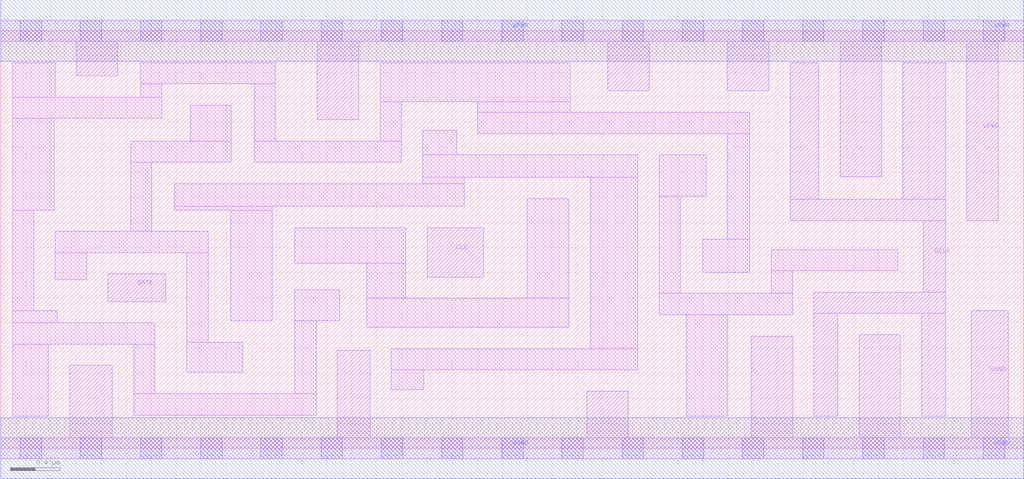
<source format=lef>
# Copyright 2020 The SkyWater PDK Authors
#
# Licensed under the Apache License, Version 2.0 (the "License");
# you may not use this file except in compliance with the License.
# You may obtain a copy of the License at
#
#     https://www.apache.org/licenses/LICENSE-2.0
#
# Unless required by applicable law or agreed to in writing, software
# distributed under the License is distributed on an "AS IS" BASIS,
# WITHOUT WARRANTIES OR CONDITIONS OF ANY KIND, either express or implied.
# See the License for the specific language governing permissions and
# limitations under the License.
#
# SPDX-License-Identifier: Apache-2.0

VERSION 5.7 ;
  NAMESCASESENSITIVE ON ;
  NOWIREEXTENSIONATPIN ON ;
  DIVIDERCHAR "/" ;
  BUSBITCHARS "[]" ;
UNITS
  DATABASE MICRONS 200 ;
END UNITS
MACRO sky130_fd_sc_lp__dlclkp_4
  CLASS CORE ;
  SOURCE USER ;
  FOREIGN sky130_fd_sc_lp__dlclkp_4 ;
  ORIGIN  0.000000  0.000000 ;
  SIZE  8.160000 BY  3.330000 ;
  SYMMETRY X Y R90 ;
  SITE unit ;
  PIN GATE
    ANTENNAGATEAREA  0.159000 ;
    DIRECTION INPUT ;
    USE SIGNAL ;
    PORT
      LAYER li1 ;
        RECT 0.855000 1.170000 1.315000 1.390000 ;
    END
  END GATE
  PIN GCLK
    ANTENNADIFFAREA  1.176000 ;
    DIRECTION OUTPUT ;
    USE SIGNAL ;
    PORT
      LAYER li1 ;
        RECT 6.295000 1.815000 7.535000 1.985000 ;
        RECT 6.295000 1.985000 6.525000 3.075000 ;
        RECT 6.485000 0.255000 6.675000 1.075000 ;
        RECT 6.485000 1.075000 7.535000 1.245000 ;
        RECT 7.195000 1.985000 7.535000 3.075000 ;
        RECT 7.345000 0.255000 7.535000 1.075000 ;
        RECT 7.355000 1.245000 7.535000 1.815000 ;
    END
  END GCLK
  PIN CLK
    ANTENNAGATEAREA  0.474000 ;
    DIRECTION INPUT ;
    USE CLOCK ;
    PORT
      LAYER li1 ;
        RECT 3.400000 1.365000 3.850000 1.760000 ;
    END
  END CLK
  PIN VGND
    DIRECTION INOUT ;
    USE GROUND ;
    PORT
      LAYER li1 ;
        RECT 0.000000 -0.085000 8.160000 0.085000 ;
        RECT 0.550000  0.085000 0.890000 0.660000 ;
        RECT 2.685000  0.085000 2.945000 0.780000 ;
        RECT 4.675000  0.085000 5.005000 0.455000 ;
        RECT 5.985000  0.085000 6.315000 0.895000 ;
        RECT 6.845000  0.085000 7.175000 0.905000 ;
        RECT 7.740000  0.085000 8.035000 1.095000 ;
      LAYER mcon ;
        RECT 0.155000 -0.085000 0.325000 0.085000 ;
        RECT 0.635000 -0.085000 0.805000 0.085000 ;
        RECT 1.115000 -0.085000 1.285000 0.085000 ;
        RECT 1.595000 -0.085000 1.765000 0.085000 ;
        RECT 2.075000 -0.085000 2.245000 0.085000 ;
        RECT 2.555000 -0.085000 2.725000 0.085000 ;
        RECT 3.035000 -0.085000 3.205000 0.085000 ;
        RECT 3.515000 -0.085000 3.685000 0.085000 ;
        RECT 3.995000 -0.085000 4.165000 0.085000 ;
        RECT 4.475000 -0.085000 4.645000 0.085000 ;
        RECT 4.955000 -0.085000 5.125000 0.085000 ;
        RECT 5.435000 -0.085000 5.605000 0.085000 ;
        RECT 5.915000 -0.085000 6.085000 0.085000 ;
        RECT 6.395000 -0.085000 6.565000 0.085000 ;
        RECT 6.875000 -0.085000 7.045000 0.085000 ;
        RECT 7.355000 -0.085000 7.525000 0.085000 ;
        RECT 7.835000 -0.085000 8.005000 0.085000 ;
      LAYER met1 ;
        RECT 0.000000 -0.245000 8.160000 0.245000 ;
    END
  END VGND
  PIN VPWR
    DIRECTION INOUT ;
    USE POWER ;
    PORT
      LAYER li1 ;
        RECT 0.000000 3.245000 8.160000 3.415000 ;
        RECT 0.605000 2.970000 0.935000 3.245000 ;
        RECT 2.525000 2.620000 2.855000 3.245000 ;
        RECT 4.840000 2.850000 5.170000 3.245000 ;
        RECT 5.795000 2.850000 6.125000 3.245000 ;
        RECT 6.695000 2.165000 7.025000 3.245000 ;
        RECT 7.705000 1.815000 7.955000 3.245000 ;
      LAYER mcon ;
        RECT 0.155000 3.245000 0.325000 3.415000 ;
        RECT 0.635000 3.245000 0.805000 3.415000 ;
        RECT 1.115000 3.245000 1.285000 3.415000 ;
        RECT 1.595000 3.245000 1.765000 3.415000 ;
        RECT 2.075000 3.245000 2.245000 3.415000 ;
        RECT 2.555000 3.245000 2.725000 3.415000 ;
        RECT 3.035000 3.245000 3.205000 3.415000 ;
        RECT 3.515000 3.245000 3.685000 3.415000 ;
        RECT 3.995000 3.245000 4.165000 3.415000 ;
        RECT 4.475000 3.245000 4.645000 3.415000 ;
        RECT 4.955000 3.245000 5.125000 3.415000 ;
        RECT 5.435000 3.245000 5.605000 3.415000 ;
        RECT 5.915000 3.245000 6.085000 3.415000 ;
        RECT 6.395000 3.245000 6.565000 3.415000 ;
        RECT 6.875000 3.245000 7.045000 3.415000 ;
        RECT 7.355000 3.245000 7.525000 3.415000 ;
        RECT 7.835000 3.245000 8.005000 3.415000 ;
      LAYER met1 ;
        RECT 0.000000 3.085000 8.160000 3.575000 ;
    END
  END VPWR
  OBS
    LAYER li1 ;
      RECT 0.095000 0.255000 0.380000 0.830000 ;
      RECT 0.095000 0.830000 1.230000 1.000000 ;
      RECT 0.095000 1.000000 0.450000 1.095000 ;
      RECT 0.095000 1.095000 0.265000 1.900000 ;
      RECT 0.095000 1.900000 0.425000 2.630000 ;
      RECT 0.095000 2.630000 1.285000 2.800000 ;
      RECT 0.095000 2.800000 0.435000 3.075000 ;
      RECT 0.435000 1.345000 0.685000 1.560000 ;
      RECT 0.435000 1.560000 1.655000 1.730000 ;
      RECT 1.035000 1.730000 1.205000 2.280000 ;
      RECT 1.035000 2.280000 1.840000 2.450000 ;
      RECT 1.060000 0.265000 2.515000 0.435000 ;
      RECT 1.060000 0.435000 1.230000 0.830000 ;
      RECT 1.115000 2.800000 1.285000 2.905000 ;
      RECT 1.115000 2.905000 2.190000 3.075000 ;
      RECT 1.385000 1.900000 2.165000 1.930000 ;
      RECT 1.385000 1.930000 3.695000 2.110000 ;
      RECT 1.485000 0.605000 1.930000 0.845000 ;
      RECT 1.485000 0.845000 1.655000 1.560000 ;
      RECT 1.510000 2.450000 1.840000 2.735000 ;
      RECT 1.835000 1.015000 2.165000 1.900000 ;
      RECT 2.020000 2.280000 3.195000 2.450000 ;
      RECT 2.020000 2.450000 2.190000 2.905000 ;
      RECT 2.345000 0.435000 2.515000 1.015000 ;
      RECT 2.345000 1.015000 2.705000 1.265000 ;
      RECT 2.345000 1.475000 3.230000 1.760000 ;
      RECT 2.920000 0.965000 4.530000 1.195000 ;
      RECT 2.920000 1.195000 3.230000 1.475000 ;
      RECT 3.025000 2.450000 3.195000 2.765000 ;
      RECT 3.025000 2.765000 4.540000 3.075000 ;
      RECT 3.115000 0.465000 3.375000 0.625000 ;
      RECT 3.115000 0.625000 5.080000 0.795000 ;
      RECT 3.365000 2.110000 3.695000 2.160000 ;
      RECT 3.365000 2.160000 5.080000 2.340000 ;
      RECT 3.365000 2.340000 3.635000 2.535000 ;
      RECT 3.805000 2.510000 5.975000 2.680000 ;
      RECT 3.805000 2.680000 4.540000 2.765000 ;
      RECT 4.200000 1.195000 4.530000 1.990000 ;
      RECT 4.700000 0.795000 5.080000 2.160000 ;
      RECT 5.250000 1.065000 6.315000 1.235000 ;
      RECT 5.250000 1.235000 5.420000 2.010000 ;
      RECT 5.250000 2.010000 5.625000 2.340000 ;
      RECT 5.465000 0.255000 5.795000 1.065000 ;
      RECT 5.600000 1.405000 5.975000 1.665000 ;
      RECT 5.795000 1.665000 5.975000 2.510000 ;
      RECT 6.145000 1.235000 6.315000 1.415000 ;
      RECT 6.145000 1.415000 7.155000 1.585000 ;
  END
END sky130_fd_sc_lp__dlclkp_4

</source>
